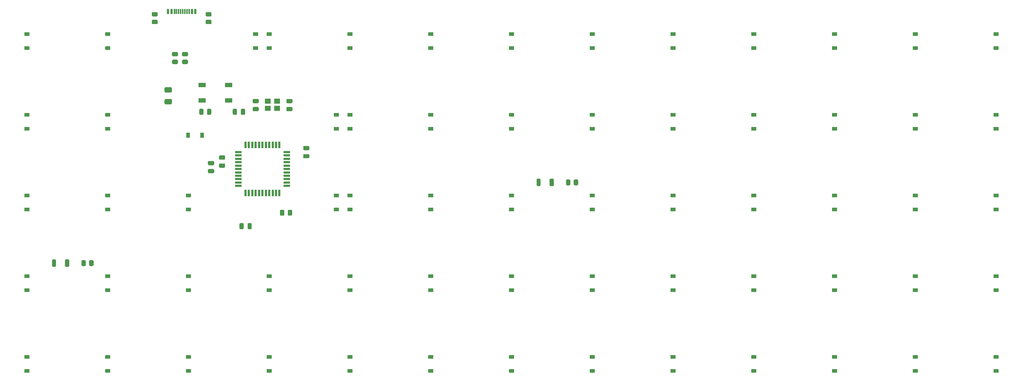
<source format=gbr>
G04 #@! TF.GenerationSoftware,KiCad,Pcbnew,5.1.9+dfsg1-1*
G04 #@! TF.CreationDate,2021-12-17T14:02:51+01:00*
G04 #@! TF.ProjectId,okey65-pcb,6f6b6579-3635-42d7-9063-622e6b696361,rev?*
G04 #@! TF.SameCoordinates,Original*
G04 #@! TF.FileFunction,Paste,Bot*
G04 #@! TF.FilePolarity,Positive*
%FSLAX46Y46*%
G04 Gerber Fmt 4.6, Leading zero omitted, Abs format (unit mm)*
G04 Created by KiCad (PCBNEW 5.1.9+dfsg1-1) date 2021-12-17 14:02:51*
%MOMM*%
%LPD*%
G01*
G04 APERTURE LIST*
%ADD10R,1.400000X1.200000*%
%ADD11R,0.550000X1.500000*%
%ADD12R,1.500000X0.550000*%
%ADD13R,1.800000X1.100000*%
%ADD14R,0.600000X1.160000*%
%ADD15R,0.300000X1.160000*%
%ADD16R,1.200000X0.900000*%
%ADD17R,0.900000X1.200000*%
G04 APERTURE END LIST*
G36*
G01*
X59362500Y-53387500D02*
X58112500Y-53387500D01*
G75*
G02*
X57862500Y-53137500I0J250000D01*
G01*
X57862500Y-52387500D01*
G75*
G02*
X58112500Y-52137500I250000J0D01*
G01*
X59362500Y-52137500D01*
G75*
G02*
X59612500Y-52387500I0J-250000D01*
G01*
X59612500Y-53137500D01*
G75*
G02*
X59362500Y-53387500I-250000J0D01*
G01*
G37*
G36*
G01*
X59362500Y-56187500D02*
X58112500Y-56187500D01*
G75*
G02*
X57862500Y-55937500I0J250000D01*
G01*
X57862500Y-55187500D01*
G75*
G02*
X58112500Y-54937500I250000J0D01*
G01*
X59362500Y-54937500D01*
G75*
G02*
X59612500Y-55187500I0J-250000D01*
G01*
X59612500Y-55937500D01*
G75*
G02*
X59362500Y-56187500I-250000J0D01*
G01*
G37*
D10*
X84443750Y-55450000D03*
X82243750Y-55450000D03*
X82243750Y-57150000D03*
X84443750Y-57150000D03*
D11*
X76962500Y-77137500D03*
X77762500Y-77137500D03*
X78562500Y-77137500D03*
X79362500Y-77137500D03*
X80162500Y-77137500D03*
X80962500Y-77137500D03*
X81762500Y-77137500D03*
X82562500Y-77137500D03*
X83362500Y-77137500D03*
X84162500Y-77137500D03*
X84962500Y-77137500D03*
D12*
X86662500Y-75437500D03*
X86662500Y-74637500D03*
X86662500Y-73837500D03*
X86662500Y-73037500D03*
X86662500Y-72237500D03*
X86662500Y-71437500D03*
X86662500Y-70637500D03*
X86662500Y-69837500D03*
X86662500Y-69037500D03*
X86662500Y-68237500D03*
X86662500Y-67437500D03*
D11*
X84962500Y-65737500D03*
X84162500Y-65737500D03*
X83362500Y-65737500D03*
X82562500Y-65737500D03*
X81762500Y-65737500D03*
X80962500Y-65737500D03*
X80162500Y-65737500D03*
X79362500Y-65737500D03*
X78562500Y-65737500D03*
X77762500Y-65737500D03*
X76962500Y-65737500D03*
D12*
X75262500Y-67437500D03*
X75262500Y-68237500D03*
X75262500Y-69037500D03*
X75262500Y-69837500D03*
X75262500Y-70637500D03*
X75262500Y-71437500D03*
X75262500Y-72237500D03*
X75262500Y-73037500D03*
X75262500Y-73837500D03*
X75262500Y-74637500D03*
X75262500Y-75437500D03*
D13*
X72950000Y-51593750D03*
X66750000Y-55293750D03*
X72950000Y-55293750D03*
X66750000Y-51593750D03*
G36*
G01*
X154387500Y-75062501D02*
X154387500Y-74162499D01*
G75*
G02*
X154637499Y-73912500I249999J0D01*
G01*
X155162501Y-73912500D01*
G75*
G02*
X155412500Y-74162499I0J-249999D01*
G01*
X155412500Y-75062501D01*
G75*
G02*
X155162501Y-75312500I-249999J0D01*
G01*
X154637499Y-75312500D01*
G75*
G02*
X154387500Y-75062501I0J249999D01*
G01*
G37*
G36*
G01*
X152562500Y-75062501D02*
X152562500Y-74162499D01*
G75*
G02*
X152812499Y-73912500I249999J0D01*
G01*
X153337501Y-73912500D01*
G75*
G02*
X153587500Y-74162499I0J-249999D01*
G01*
X153587500Y-75062501D01*
G75*
G02*
X153337501Y-75312500I-249999J0D01*
G01*
X152812499Y-75312500D01*
G75*
G02*
X152562500Y-75062501I0J249999D01*
G01*
G37*
G36*
G01*
X67812499Y-36237500D02*
X68712501Y-36237500D01*
G75*
G02*
X68962500Y-36487499I0J-249999D01*
G01*
X68962500Y-37012501D01*
G75*
G02*
X68712501Y-37262500I-249999J0D01*
G01*
X67812499Y-37262500D01*
G75*
G02*
X67562500Y-37012501I0J249999D01*
G01*
X67562500Y-36487499D01*
G75*
G02*
X67812499Y-36237500I249999J0D01*
G01*
G37*
G36*
G01*
X67812499Y-34412500D02*
X68712501Y-34412500D01*
G75*
G02*
X68962500Y-34662499I0J-249999D01*
G01*
X68962500Y-35187501D01*
G75*
G02*
X68712501Y-35437500I-249999J0D01*
G01*
X67812499Y-35437500D01*
G75*
G02*
X67562500Y-35187501I0J249999D01*
G01*
X67562500Y-34662499D01*
G75*
G02*
X67812499Y-34412500I249999J0D01*
G01*
G37*
G36*
G01*
X55112499Y-36237500D02*
X56012501Y-36237500D01*
G75*
G02*
X56262500Y-36487499I0J-249999D01*
G01*
X56262500Y-37012501D01*
G75*
G02*
X56012501Y-37262500I-249999J0D01*
G01*
X55112499Y-37262500D01*
G75*
G02*
X54862500Y-37012501I0J249999D01*
G01*
X54862500Y-36487499D01*
G75*
G02*
X55112499Y-36237500I249999J0D01*
G01*
G37*
G36*
G01*
X55112499Y-34412500D02*
X56012501Y-34412500D01*
G75*
G02*
X56262500Y-34662499I0J-249999D01*
G01*
X56262500Y-35187501D01*
G75*
G02*
X56012501Y-35437500I-249999J0D01*
G01*
X55112499Y-35437500D01*
G75*
G02*
X54862500Y-35187501I0J249999D01*
G01*
X54862500Y-34662499D01*
G75*
G02*
X55112499Y-34412500I249999J0D01*
G01*
G37*
G36*
G01*
X40087500Y-94112501D02*
X40087500Y-93212499D01*
G75*
G02*
X40337499Y-92962500I249999J0D01*
G01*
X40862501Y-92962500D01*
G75*
G02*
X41112500Y-93212499I0J-249999D01*
G01*
X41112500Y-94112501D01*
G75*
G02*
X40862501Y-94362500I-249999J0D01*
G01*
X40337499Y-94362500D01*
G75*
G02*
X40087500Y-94112501I0J249999D01*
G01*
G37*
G36*
G01*
X38262500Y-94112501D02*
X38262500Y-93212499D01*
G75*
G02*
X38512499Y-92962500I249999J0D01*
G01*
X39037501Y-92962500D01*
G75*
G02*
X39287500Y-93212499I0J-249999D01*
G01*
X39287500Y-94112501D01*
G75*
G02*
X39037501Y-94362500I-249999J0D01*
G01*
X38512499Y-94362500D01*
G75*
G02*
X38262500Y-94112501I0J249999D01*
G01*
G37*
G36*
G01*
X86918750Y-82206251D02*
X86918750Y-81306249D01*
G75*
G02*
X87168749Y-81056250I249999J0D01*
G01*
X87693751Y-81056250D01*
G75*
G02*
X87943750Y-81306249I0J-249999D01*
G01*
X87943750Y-82206251D01*
G75*
G02*
X87693751Y-82456250I-249999J0D01*
G01*
X87168749Y-82456250D01*
G75*
G02*
X86918750Y-82206251I0J249999D01*
G01*
G37*
G36*
G01*
X85093750Y-82206251D02*
X85093750Y-81306249D01*
G75*
G02*
X85343749Y-81056250I249999J0D01*
G01*
X85868751Y-81056250D01*
G75*
G02*
X86118750Y-81306249I0J-249999D01*
G01*
X86118750Y-82206251D01*
G75*
G02*
X85868751Y-82456250I-249999J0D01*
G01*
X85343749Y-82456250D01*
G75*
G02*
X85093750Y-82206251I0J249999D01*
G01*
G37*
G36*
G01*
X60775001Y-44843750D02*
X59874999Y-44843750D01*
G75*
G02*
X59625000Y-44593751I0J249999D01*
G01*
X59625000Y-44068749D01*
G75*
G02*
X59874999Y-43818750I249999J0D01*
G01*
X60775001Y-43818750D01*
G75*
G02*
X61025000Y-44068749I0J-249999D01*
G01*
X61025000Y-44593751D01*
G75*
G02*
X60775001Y-44843750I-249999J0D01*
G01*
G37*
G36*
G01*
X60775001Y-46668750D02*
X59874999Y-46668750D01*
G75*
G02*
X59625000Y-46418751I0J249999D01*
G01*
X59625000Y-45893749D01*
G75*
G02*
X59874999Y-45643750I249999J0D01*
G01*
X60775001Y-45643750D01*
G75*
G02*
X61025000Y-45893749I0J-249999D01*
G01*
X61025000Y-46418751D01*
G75*
G02*
X60775001Y-46668750I-249999J0D01*
G01*
G37*
G36*
G01*
X63156251Y-44843750D02*
X62256249Y-44843750D01*
G75*
G02*
X62006250Y-44593751I0J249999D01*
G01*
X62006250Y-44068749D01*
G75*
G02*
X62256249Y-43818750I249999J0D01*
G01*
X63156251Y-43818750D01*
G75*
G02*
X63406250Y-44068749I0J-249999D01*
G01*
X63406250Y-44593751D01*
G75*
G02*
X63156251Y-44843750I-249999J0D01*
G01*
G37*
G36*
G01*
X63156251Y-46668750D02*
X62256249Y-46668750D01*
G75*
G02*
X62006250Y-46418751I0J249999D01*
G01*
X62006250Y-45893749D01*
G75*
G02*
X62256249Y-45643750I249999J0D01*
G01*
X63156251Y-45643750D01*
G75*
G02*
X63406250Y-45893749I0J-249999D01*
G01*
X63406250Y-46418751D01*
G75*
G02*
X63156251Y-46668750I-249999J0D01*
G01*
G37*
G36*
G01*
X67068750Y-57493749D02*
X67068750Y-58393751D01*
G75*
G02*
X66818751Y-58643750I-249999J0D01*
G01*
X66293749Y-58643750D01*
G75*
G02*
X66043750Y-58393751I0J249999D01*
G01*
X66043750Y-57493749D01*
G75*
G02*
X66293749Y-57243750I249999J0D01*
G01*
X66818751Y-57243750D01*
G75*
G02*
X67068750Y-57493749I0J-249999D01*
G01*
G37*
G36*
G01*
X68893750Y-57493749D02*
X68893750Y-58393751D01*
G75*
G02*
X68643751Y-58643750I-249999J0D01*
G01*
X68118749Y-58643750D01*
G75*
G02*
X67868750Y-58393751I0J249999D01*
G01*
X67868750Y-57493749D01*
G75*
G02*
X68118749Y-57243750I249999J0D01*
G01*
X68643751Y-57243750D01*
G75*
G02*
X68893750Y-57493749I0J-249999D01*
G01*
G37*
D14*
X65112500Y-34260000D03*
X64312500Y-34260000D03*
X65112500Y-34260000D03*
X64312500Y-34260000D03*
X58712500Y-34260000D03*
X58712500Y-34260000D03*
X59512500Y-34260000D03*
X59512500Y-34260000D03*
D15*
X63662500Y-34260000D03*
X62662500Y-34260000D03*
X63162500Y-34260000D03*
X60662500Y-34260000D03*
X60162500Y-34260000D03*
X62162500Y-34260000D03*
X61662500Y-34260000D03*
X61162500Y-34260000D03*
G36*
G01*
X148712500Y-75297500D02*
X148712500Y-73927500D01*
G75*
G02*
X148902500Y-73737500I190000J0D01*
G01*
X149472500Y-73737500D01*
G75*
G02*
X149662500Y-73927500I0J-190000D01*
G01*
X149662500Y-75297500D01*
G75*
G02*
X149472500Y-75487500I-190000J0D01*
G01*
X148902500Y-75487500D01*
G75*
G02*
X148712500Y-75297500I0J190000D01*
G01*
G37*
G36*
G01*
X145612500Y-75297500D02*
X145612500Y-73927500D01*
G75*
G02*
X145802500Y-73737500I190000J0D01*
G01*
X146372500Y-73737500D01*
G75*
G02*
X146562500Y-73927500I0J-190000D01*
G01*
X146562500Y-75297500D01*
G75*
G02*
X146372500Y-75487500I-190000J0D01*
G01*
X145802500Y-75487500D01*
G75*
G02*
X145612500Y-75297500I0J190000D01*
G01*
G37*
G36*
G01*
X34412500Y-94347500D02*
X34412500Y-92977500D01*
G75*
G02*
X34602500Y-92787500I190000J0D01*
G01*
X35172500Y-92787500D01*
G75*
G02*
X35362500Y-92977500I0J-190000D01*
G01*
X35362500Y-94347500D01*
G75*
G02*
X35172500Y-94537500I-190000J0D01*
G01*
X34602500Y-94537500D01*
G75*
G02*
X34412500Y-94347500I0J190000D01*
G01*
G37*
G36*
G01*
X31312500Y-94347500D02*
X31312500Y-92977500D01*
G75*
G02*
X31502500Y-92787500I190000J0D01*
G01*
X32072500Y-92787500D01*
G75*
G02*
X32262500Y-92977500I0J-190000D01*
G01*
X32262500Y-94347500D01*
G75*
G02*
X32072500Y-94537500I-190000J0D01*
G01*
X31502500Y-94537500D01*
G75*
G02*
X31312500Y-94347500I0J190000D01*
G01*
G37*
D16*
X254000000Y-119125000D03*
X254000000Y-115825000D03*
X234950000Y-119125000D03*
X234950000Y-115825000D03*
X215900000Y-119125000D03*
X215900000Y-115825000D03*
X196850000Y-119125000D03*
X196850000Y-115825000D03*
X177800000Y-119125000D03*
X177800000Y-115825000D03*
X158750000Y-119125000D03*
X158750000Y-115825000D03*
X139700000Y-119125000D03*
X139700000Y-115825000D03*
X120650000Y-119125000D03*
X120650000Y-115825000D03*
X101600000Y-119125000D03*
X101600000Y-115825000D03*
X82550000Y-119125000D03*
X82550000Y-115825000D03*
X63500000Y-119125000D03*
X63500000Y-115825000D03*
X44450000Y-119125000D03*
X44450000Y-115825000D03*
X25400000Y-119125000D03*
X25400000Y-115825000D03*
X254000000Y-100075000D03*
X254000000Y-96775000D03*
X234950000Y-100075000D03*
X234950000Y-96775000D03*
X215900000Y-100075000D03*
X215900000Y-96775000D03*
X196850000Y-100075000D03*
X196850000Y-96775000D03*
X177800000Y-100075000D03*
X177800000Y-96775000D03*
X158750000Y-100075000D03*
X158750000Y-96775000D03*
X139700000Y-100075000D03*
X139700000Y-96775000D03*
X120650000Y-100075000D03*
X120650000Y-96775000D03*
X101600000Y-100075000D03*
X101600000Y-96775000D03*
X82550000Y-100075000D03*
X82550000Y-96775000D03*
X63500000Y-100075000D03*
X63500000Y-96775000D03*
X44450000Y-100075000D03*
X44450000Y-96775000D03*
X25400000Y-100075000D03*
X25400000Y-96775000D03*
X254000000Y-81025000D03*
X254000000Y-77725000D03*
X234950000Y-81025000D03*
X234950000Y-77725000D03*
X215900000Y-81025000D03*
X215900000Y-77725000D03*
X196850000Y-81025000D03*
X196850000Y-77725000D03*
X177800000Y-81025000D03*
X177800000Y-77725000D03*
X158750000Y-81025000D03*
X158750000Y-77725000D03*
X139700000Y-81025000D03*
X139700000Y-77725000D03*
X120650000Y-81025000D03*
X120650000Y-77725000D03*
X101600000Y-81025000D03*
X101600000Y-77725000D03*
X98425000Y-81025000D03*
X98425000Y-77725000D03*
X63500000Y-81025000D03*
X63500000Y-77725000D03*
X44450000Y-81025000D03*
X44450000Y-77725000D03*
X25400000Y-81025000D03*
X25400000Y-77725000D03*
X254000000Y-61975000D03*
X254000000Y-58675000D03*
X234950000Y-61975000D03*
X234950000Y-58675000D03*
X215900000Y-61975000D03*
X215900000Y-58675000D03*
X196850000Y-61975000D03*
X196850000Y-58675000D03*
X177800000Y-61975000D03*
X177800000Y-58675000D03*
X158750000Y-61975000D03*
X158750000Y-58675000D03*
X139700000Y-61975000D03*
X139700000Y-58675000D03*
X120650000Y-61975000D03*
X120650000Y-58675000D03*
X101600000Y-61975000D03*
X101600000Y-58675000D03*
X98425000Y-61975000D03*
X98425000Y-58675000D03*
D17*
X66737500Y-63500000D03*
X63437500Y-63500000D03*
D16*
X44450000Y-61975000D03*
X44450000Y-58675000D03*
X25400000Y-61975000D03*
X25400000Y-58675000D03*
X254000000Y-42925000D03*
X254000000Y-39625000D03*
X234950000Y-42925000D03*
X234950000Y-39625000D03*
X215900000Y-42925000D03*
X215900000Y-39625000D03*
X196850000Y-42925000D03*
X196850000Y-39625000D03*
X177800000Y-42925000D03*
X177800000Y-39625000D03*
X158750000Y-42925000D03*
X158750000Y-39625000D03*
X139700000Y-42925000D03*
X139700000Y-39625000D03*
X120650000Y-42925000D03*
X120650000Y-39625000D03*
X101600000Y-42925000D03*
X101600000Y-39625000D03*
X82550000Y-42925000D03*
X82550000Y-39625000D03*
X79375000Y-42925000D03*
X79375000Y-39625000D03*
X44450000Y-42925000D03*
X44450000Y-39625000D03*
X25400000Y-42925000D03*
X25400000Y-39625000D03*
G36*
G01*
X68359000Y-71443000D02*
X69309000Y-71443000D01*
G75*
G02*
X69559000Y-71693000I0J-250000D01*
G01*
X69559000Y-72193000D01*
G75*
G02*
X69309000Y-72443000I-250000J0D01*
G01*
X68359000Y-72443000D01*
G75*
G02*
X68109000Y-72193000I0J250000D01*
G01*
X68109000Y-71693000D01*
G75*
G02*
X68359000Y-71443000I250000J0D01*
G01*
G37*
G36*
G01*
X68359000Y-69543000D02*
X69309000Y-69543000D01*
G75*
G02*
X69559000Y-69793000I0J-250000D01*
G01*
X69559000Y-70293000D01*
G75*
G02*
X69309000Y-70543000I-250000J0D01*
G01*
X68359000Y-70543000D01*
G75*
G02*
X68109000Y-70293000I0J250000D01*
G01*
X68109000Y-69793000D01*
G75*
G02*
X68359000Y-69543000I250000J0D01*
G01*
G37*
G36*
G01*
X75543750Y-85406250D02*
X75543750Y-84456250D01*
G75*
G02*
X75793750Y-84206250I250000J0D01*
G01*
X76293750Y-84206250D01*
G75*
G02*
X76543750Y-84456250I0J-250000D01*
G01*
X76543750Y-85406250D01*
G75*
G02*
X76293750Y-85656250I-250000J0D01*
G01*
X75793750Y-85656250D01*
G75*
G02*
X75543750Y-85406250I0J250000D01*
G01*
G37*
G36*
G01*
X77443750Y-85406250D02*
X77443750Y-84456250D01*
G75*
G02*
X77693750Y-84206250I250000J0D01*
G01*
X78193750Y-84206250D01*
G75*
G02*
X78443750Y-84456250I0J-250000D01*
G01*
X78443750Y-85406250D01*
G75*
G02*
X78193750Y-85656250I-250000J0D01*
G01*
X77693750Y-85656250D01*
G75*
G02*
X77443750Y-85406250I0J250000D01*
G01*
G37*
G36*
G01*
X91756250Y-68918750D02*
X90806250Y-68918750D01*
G75*
G02*
X90556250Y-68668750I0J250000D01*
G01*
X90556250Y-68168750D01*
G75*
G02*
X90806250Y-67918750I250000J0D01*
G01*
X91756250Y-67918750D01*
G75*
G02*
X92006250Y-68168750I0J-250000D01*
G01*
X92006250Y-68668750D01*
G75*
G02*
X91756250Y-68918750I-250000J0D01*
G01*
G37*
G36*
G01*
X91756250Y-67018750D02*
X90806250Y-67018750D01*
G75*
G02*
X90556250Y-66768750I0J250000D01*
G01*
X90556250Y-66268750D01*
G75*
G02*
X90806250Y-66018750I250000J0D01*
G01*
X91756250Y-66018750D01*
G75*
G02*
X92006250Y-66268750I0J-250000D01*
G01*
X92006250Y-66768750D01*
G75*
G02*
X91756250Y-67018750I-250000J0D01*
G01*
G37*
G36*
G01*
X73956250Y-58418750D02*
X73956250Y-57468750D01*
G75*
G02*
X74206250Y-57218750I250000J0D01*
G01*
X74706250Y-57218750D01*
G75*
G02*
X74956250Y-57468750I0J-250000D01*
G01*
X74956250Y-58418750D01*
G75*
G02*
X74706250Y-58668750I-250000J0D01*
G01*
X74206250Y-58668750D01*
G75*
G02*
X73956250Y-58418750I0J250000D01*
G01*
G37*
G36*
G01*
X75856250Y-58418750D02*
X75856250Y-57468750D01*
G75*
G02*
X76106250Y-57218750I250000J0D01*
G01*
X76606250Y-57218750D01*
G75*
G02*
X76856250Y-57468750I0J-250000D01*
G01*
X76856250Y-58418750D01*
G75*
G02*
X76606250Y-58668750I-250000J0D01*
G01*
X76106250Y-58668750D01*
G75*
G02*
X75856250Y-58418750I0J250000D01*
G01*
G37*
G36*
G01*
X70962500Y-70143750D02*
X71912500Y-70143750D01*
G75*
G02*
X72162500Y-70393750I0J-250000D01*
G01*
X72162500Y-70893750D01*
G75*
G02*
X71912500Y-71143750I-250000J0D01*
G01*
X70962500Y-71143750D01*
G75*
G02*
X70712500Y-70893750I0J250000D01*
G01*
X70712500Y-70393750D01*
G75*
G02*
X70962500Y-70143750I250000J0D01*
G01*
G37*
G36*
G01*
X70962500Y-68243750D02*
X71912500Y-68243750D01*
G75*
G02*
X72162500Y-68493750I0J-250000D01*
G01*
X72162500Y-68993750D01*
G75*
G02*
X71912500Y-69243750I-250000J0D01*
G01*
X70962500Y-69243750D01*
G75*
G02*
X70712500Y-68993750I0J250000D01*
G01*
X70712500Y-68493750D01*
G75*
G02*
X70962500Y-68243750I250000J0D01*
G01*
G37*
G36*
G01*
X79850000Y-55906250D02*
X78900000Y-55906250D01*
G75*
G02*
X78650000Y-55656250I0J250000D01*
G01*
X78650000Y-55156250D01*
G75*
G02*
X78900000Y-54906250I250000J0D01*
G01*
X79850000Y-54906250D01*
G75*
G02*
X80100000Y-55156250I0J-250000D01*
G01*
X80100000Y-55656250D01*
G75*
G02*
X79850000Y-55906250I-250000J0D01*
G01*
G37*
G36*
G01*
X79850000Y-57806250D02*
X78900000Y-57806250D01*
G75*
G02*
X78650000Y-57556250I0J250000D01*
G01*
X78650000Y-57056250D01*
G75*
G02*
X78900000Y-56806250I250000J0D01*
G01*
X79850000Y-56806250D01*
G75*
G02*
X80100000Y-57056250I0J-250000D01*
G01*
X80100000Y-57556250D01*
G75*
G02*
X79850000Y-57806250I-250000J0D01*
G01*
G37*
G36*
G01*
X87787500Y-55906250D02*
X86837500Y-55906250D01*
G75*
G02*
X86587500Y-55656250I0J250000D01*
G01*
X86587500Y-55156250D01*
G75*
G02*
X86837500Y-54906250I250000J0D01*
G01*
X87787500Y-54906250D01*
G75*
G02*
X88037500Y-55156250I0J-250000D01*
G01*
X88037500Y-55656250D01*
G75*
G02*
X87787500Y-55906250I-250000J0D01*
G01*
G37*
G36*
G01*
X87787500Y-57806250D02*
X86837500Y-57806250D01*
G75*
G02*
X86587500Y-57556250I0J250000D01*
G01*
X86587500Y-57056250D01*
G75*
G02*
X86837500Y-56806250I250000J0D01*
G01*
X87787500Y-56806250D01*
G75*
G02*
X88037500Y-57056250I0J-250000D01*
G01*
X88037500Y-57556250D01*
G75*
G02*
X87787500Y-57806250I-250000J0D01*
G01*
G37*
M02*

</source>
